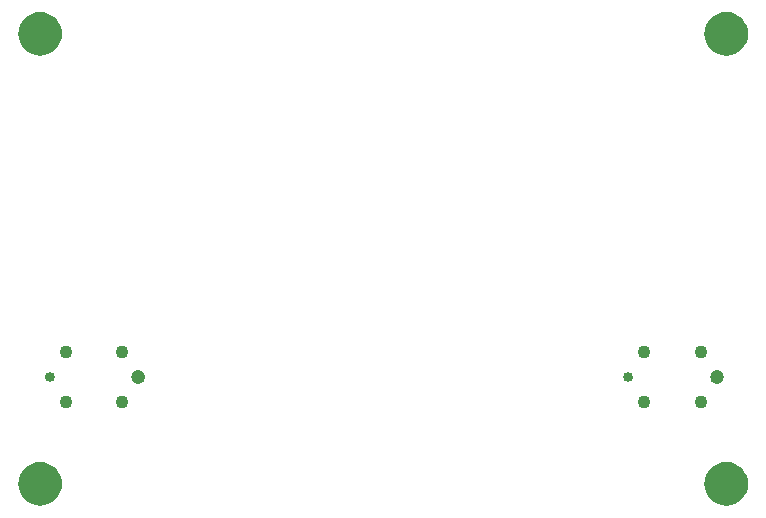
<source format=gbr>
%TF.GenerationSoftware,KiCad,Pcbnew,6.0.10-86aedd382b~118~ubuntu20.04.1*%
%TF.CreationDate,2023-02-21T16:43:21-08:00*%
%TF.ProjectId,CAD,4341442e-6b69-4636-9164-5f7063625858,rev?*%
%TF.SameCoordinates,Original*%
%TF.FileFunction,Soldermask,Bot*%
%TF.FilePolarity,Negative*%
%FSLAX46Y46*%
G04 Gerber Fmt 4.6, Leading zero omitted, Abs format (unit mm)*
G04 Created by KiCad (PCBNEW 6.0.10-86aedd382b~118~ubuntu20.04.1) date 2023-02-21 16:43:21*
%MOMM*%
%LPD*%
G01*
G04 APERTURE LIST*
%ADD10C,2.402000*%
%ADD11C,0.852013*%
%ADD12C,1.202025*%
%ADD13C,1.102000*%
G04 APERTURE END LIST*
%TO.C,*%
G36*
X110810917Y-125235547D02*
G01*
X111157964Y-125340823D01*
X111477805Y-125511781D01*
X111758148Y-125741852D01*
X111988219Y-126022195D01*
X112159177Y-126342036D01*
X112264453Y-126689083D01*
X112300000Y-127050000D01*
X112264453Y-127410917D01*
X112159177Y-127757964D01*
X111988219Y-128077805D01*
X111758148Y-128358148D01*
X111477805Y-128588219D01*
X111157964Y-128759177D01*
X110810917Y-128864453D01*
X110450000Y-128900000D01*
X110089083Y-128864453D01*
X109742036Y-128759177D01*
X109422195Y-128588219D01*
X109141852Y-128358148D01*
X108911781Y-128077805D01*
X108740823Y-127757964D01*
X108635547Y-127410917D01*
X108600000Y-127050000D01*
X108635547Y-126689083D01*
X108740823Y-126342036D01*
X108911781Y-126022195D01*
X109141852Y-125741852D01*
X109422195Y-125511781D01*
X109742036Y-125340823D01*
X110089083Y-125235547D01*
X110450000Y-125200000D01*
X110810917Y-125235547D01*
G37*
G36*
X168910917Y-125235547D02*
G01*
X169257964Y-125340823D01*
X169577805Y-125511781D01*
X169858148Y-125741852D01*
X170088219Y-126022195D01*
X170259177Y-126342036D01*
X170364453Y-126689083D01*
X170400000Y-127050000D01*
X170364453Y-127410917D01*
X170259177Y-127757964D01*
X170088219Y-128077805D01*
X169858148Y-128358148D01*
X169577805Y-128588219D01*
X169257964Y-128759177D01*
X168910917Y-128864453D01*
X168550000Y-128900000D01*
X168189083Y-128864453D01*
X167842036Y-128759177D01*
X167522195Y-128588219D01*
X167241852Y-128358148D01*
X167011781Y-128077805D01*
X166840823Y-127757964D01*
X166735547Y-127410917D01*
X166700000Y-127050000D01*
X166735547Y-126689083D01*
X166840823Y-126342036D01*
X167011781Y-126022195D01*
X167241852Y-125741852D01*
X167522195Y-125511781D01*
X167842036Y-125340823D01*
X168189083Y-125235547D01*
X168550000Y-125200000D01*
X168910917Y-125235547D01*
G37*
%TO.C,J2*%
G36*
X167858356Y-117463096D02*
G01*
X167961535Y-117494395D01*
X168056625Y-117545221D01*
X168139972Y-117613622D01*
X168208373Y-117696969D01*
X168259199Y-117792059D01*
X168290498Y-117895238D01*
X168301067Y-118002540D01*
X168290498Y-118109842D01*
X168259199Y-118213021D01*
X168208373Y-118308111D01*
X168139972Y-118391458D01*
X168056625Y-118459859D01*
X167961535Y-118510685D01*
X167858356Y-118541984D01*
X167751054Y-118552553D01*
X167643752Y-118541984D01*
X167540573Y-118510685D01*
X167445483Y-118459859D01*
X167362136Y-118391458D01*
X167293735Y-118308111D01*
X167242909Y-118213021D01*
X167211610Y-118109842D01*
X167201042Y-118002540D01*
X167211610Y-117895238D01*
X167242909Y-117792059D01*
X167293735Y-117696969D01*
X167362136Y-117613622D01*
X167445483Y-117545221D01*
X167540573Y-117494395D01*
X167643752Y-117463096D01*
X167751054Y-117452527D01*
X167858356Y-117463096D01*
G37*
G36*
X160324087Y-117632199D02*
G01*
X160394436Y-117653539D01*
X160459269Y-117688193D01*
X160516097Y-117734830D01*
X160562734Y-117791658D01*
X160597388Y-117856491D01*
X160618728Y-117926840D01*
X160625933Y-118000000D01*
X160618728Y-118073160D01*
X160597388Y-118143509D01*
X160562734Y-118208342D01*
X160516097Y-118265170D01*
X160459269Y-118311807D01*
X160394436Y-118346461D01*
X160324087Y-118367801D01*
X160250927Y-118375007D01*
X160177767Y-118367801D01*
X160107418Y-118346461D01*
X160042585Y-118311807D01*
X159985757Y-118265170D01*
X159939120Y-118208342D01*
X159904466Y-118143509D01*
X159883126Y-118073160D01*
X159875921Y-118000000D01*
X159883126Y-117926840D01*
X159904466Y-117856491D01*
X159939120Y-117791658D01*
X159985757Y-117734830D01*
X160042585Y-117688193D01*
X160107418Y-117653539D01*
X160177767Y-117632199D01*
X160250927Y-117624993D01*
X160324087Y-117632199D01*
G37*
%TO.C,J1*%
G36*
X111324087Y-117632199D02*
G01*
X111394436Y-117653539D01*
X111459269Y-117688193D01*
X111516097Y-117734830D01*
X111562734Y-117791658D01*
X111597388Y-117856491D01*
X111618728Y-117926840D01*
X111625933Y-118000000D01*
X111618728Y-118073160D01*
X111597388Y-118143509D01*
X111562734Y-118208342D01*
X111516097Y-118265170D01*
X111459269Y-118311807D01*
X111394436Y-118346461D01*
X111324087Y-118367801D01*
X111250927Y-118375007D01*
X111177767Y-118367801D01*
X111107418Y-118346461D01*
X111042585Y-118311807D01*
X110985757Y-118265170D01*
X110939120Y-118208342D01*
X110904466Y-118143509D01*
X110883126Y-118073160D01*
X110875921Y-118000000D01*
X110883126Y-117926840D01*
X110904466Y-117856491D01*
X110939120Y-117791658D01*
X110985757Y-117734830D01*
X111042585Y-117688193D01*
X111107418Y-117653539D01*
X111177767Y-117632199D01*
X111250927Y-117624993D01*
X111324087Y-117632199D01*
G37*
G36*
X118858356Y-117463096D02*
G01*
X118961535Y-117494395D01*
X119056625Y-117545221D01*
X119139972Y-117613622D01*
X119208373Y-117696969D01*
X119259199Y-117792059D01*
X119290498Y-117895238D01*
X119301067Y-118002540D01*
X119290498Y-118109842D01*
X119259199Y-118213021D01*
X119208373Y-118308111D01*
X119139972Y-118391458D01*
X119056625Y-118459859D01*
X118961535Y-118510685D01*
X118858356Y-118541984D01*
X118751054Y-118552553D01*
X118643752Y-118541984D01*
X118540573Y-118510685D01*
X118445483Y-118459859D01*
X118362136Y-118391458D01*
X118293735Y-118308111D01*
X118242909Y-118213021D01*
X118211610Y-118109842D01*
X118201042Y-118002540D01*
X118211610Y-117895238D01*
X118242909Y-117792059D01*
X118293735Y-117696969D01*
X118362136Y-117613622D01*
X118445483Y-117545221D01*
X118540573Y-117494395D01*
X118643752Y-117463096D01*
X118751054Y-117452527D01*
X118858356Y-117463096D01*
G37*
%TO.C,*%
G36*
X110810917Y-87135547D02*
G01*
X111157964Y-87240823D01*
X111477805Y-87411781D01*
X111758148Y-87641852D01*
X111988219Y-87922195D01*
X112159177Y-88242036D01*
X112264453Y-88589083D01*
X112300000Y-88950000D01*
X112264453Y-89310917D01*
X112159177Y-89657964D01*
X111988219Y-89977805D01*
X111758148Y-90258148D01*
X111477805Y-90488219D01*
X111157964Y-90659177D01*
X110810917Y-90764453D01*
X110450000Y-90800000D01*
X110089083Y-90764453D01*
X109742036Y-90659177D01*
X109422195Y-90488219D01*
X109141852Y-90258148D01*
X108911781Y-89977805D01*
X108740823Y-89657964D01*
X108635547Y-89310917D01*
X108600000Y-88950000D01*
X108635547Y-88589083D01*
X108740823Y-88242036D01*
X108911781Y-87922195D01*
X109141852Y-87641852D01*
X109422195Y-87411781D01*
X109742036Y-87240823D01*
X110089083Y-87135547D01*
X110450000Y-87100000D01*
X110810917Y-87135547D01*
G37*
G36*
X168910917Y-87135547D02*
G01*
X169257964Y-87240823D01*
X169577805Y-87411781D01*
X169858148Y-87641852D01*
X170088219Y-87922195D01*
X170259177Y-88242036D01*
X170364453Y-88589083D01*
X170400000Y-88950000D01*
X170364453Y-89310917D01*
X170259177Y-89657964D01*
X170088219Y-89977805D01*
X169858148Y-90258148D01*
X169577805Y-90488219D01*
X169257964Y-90659177D01*
X168910917Y-90764453D01*
X168550000Y-90800000D01*
X168189083Y-90764453D01*
X167842036Y-90659177D01*
X167522195Y-90488219D01*
X167241852Y-90258148D01*
X167011781Y-89977805D01*
X166840823Y-89657964D01*
X166735547Y-89310917D01*
X166700000Y-88950000D01*
X166735547Y-88589083D01*
X166840823Y-88242036D01*
X167011781Y-87922195D01*
X167241852Y-87641852D01*
X167522195Y-87411781D01*
X167842036Y-87240823D01*
X168189083Y-87135547D01*
X168550000Y-87100000D01*
X168910917Y-87135547D01*
G37*
%TD*%
D10*
%TO.C,*%
X110450000Y-127050000D03*
%TD*%
%TO.C,*%
X168550000Y-127050000D03*
%TD*%
D11*
%TO.C,J2*%
X160250927Y-118000000D03*
D12*
X167751054Y-118002540D03*
D13*
X166401041Y-115849886D03*
X161600940Y-115849886D03*
X161600940Y-120150114D03*
X166401041Y-120150114D03*
%TD*%
D12*
%TO.C,J1*%
X118751054Y-118002540D03*
D11*
X111250927Y-118000000D03*
D13*
X117401041Y-115849886D03*
X112600940Y-115849886D03*
X112600940Y-120150114D03*
X117401041Y-120150114D03*
%TD*%
D10*
%TO.C,*%
X110450000Y-88950000D03*
%TD*%
%TO.C,*%
X168550000Y-88950000D03*
%TD*%
M02*

</source>
